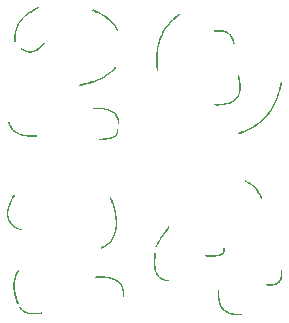
<source format=gbr>
%TF.GenerationSoftware,KiCad,Pcbnew,8.0.0*%
%TF.CreationDate,2024-03-08T01:19:46-06:00*%
%TF.ProjectId,SAO_2024,53414f5f-3230-4323-942e-6b696361645f,rev?*%
%TF.SameCoordinates,Original*%
%TF.FileFunction,Copper,L1,Top*%
%TF.FilePolarity,Positive*%
%FSLAX46Y46*%
G04 Gerber Fmt 4.6, Leading zero omitted, Abs format (unit mm)*
G04 Created by KiCad (PCBNEW 8.0.0) date 2024-03-08 01:19:46*
%MOMM*%
%LPD*%
G01*
G04 APERTURE LIST*
%TA.AperFunction,NonConductor*%
%ADD10C,0.000000*%
%TD*%
G04 APERTURE END LIST*
D10*
%TA.AperFunction,NonConductor*%
G36*
X138675112Y-146318325D02*
G01*
X138801608Y-146324588D01*
X138928028Y-146334734D01*
X139053852Y-146349285D01*
X139178560Y-146368762D01*
X139301632Y-146393688D01*
X139422547Y-146424582D01*
X139540785Y-146461967D01*
X139655826Y-146506364D01*
X139767149Y-146558295D01*
X139874235Y-146618281D01*
X139976562Y-146686844D01*
X140014923Y-146716168D01*
X140051441Y-146746572D01*
X140119063Y-146810478D01*
X140179657Y-146878274D01*
X140233446Y-146949672D01*
X140280658Y-147024384D01*
X140321517Y-147102123D01*
X140356249Y-147182601D01*
X140385080Y-147265530D01*
X140408236Y-147350622D01*
X140425942Y-147437589D01*
X140438424Y-147526144D01*
X140445908Y-147616000D01*
X140448620Y-147706867D01*
X140446784Y-147798459D01*
X140440627Y-147890488D01*
X140430374Y-147982666D01*
X140429049Y-147989936D01*
X140427089Y-147996741D01*
X140424540Y-148003081D01*
X140421447Y-148008956D01*
X140417859Y-148014365D01*
X140413821Y-148019308D01*
X140409380Y-148023785D01*
X140404583Y-148027794D01*
X140399475Y-148031335D01*
X140394103Y-148034409D01*
X140388515Y-148037013D01*
X140382756Y-148039149D01*
X140376873Y-148040816D01*
X140370912Y-148042012D01*
X140364920Y-148042738D01*
X140358944Y-148042994D01*
X140353030Y-148042777D01*
X140347224Y-148042090D01*
X140341573Y-148040930D01*
X140336123Y-148039297D01*
X140330922Y-148037191D01*
X140326015Y-148034611D01*
X140321449Y-148031558D01*
X140317271Y-148028030D01*
X140313526Y-148024027D01*
X140310263Y-148019548D01*
X140307526Y-148014593D01*
X140305363Y-148009163D01*
X140303819Y-148003255D01*
X140302943Y-147996870D01*
X140302779Y-147990007D01*
X140303375Y-147982666D01*
X140313348Y-147893421D01*
X140319436Y-147804476D01*
X140321375Y-147716119D01*
X140318903Y-147628642D01*
X140311754Y-147542333D01*
X140299667Y-147457482D01*
X140282376Y-147374378D01*
X140259619Y-147293312D01*
X140246108Y-147253633D01*
X140231132Y-147214572D01*
X140214657Y-147176166D01*
X140196651Y-147138449D01*
X140177080Y-147101459D01*
X140155912Y-147065232D01*
X140133114Y-147029803D01*
X140108653Y-146995210D01*
X140082496Y-146961488D01*
X140054610Y-146928673D01*
X140024961Y-146896802D01*
X139993518Y-146865911D01*
X139960247Y-146836036D01*
X139925115Y-146807213D01*
X139888089Y-146779478D01*
X139849136Y-146752869D01*
X139751190Y-146694295D01*
X139649402Y-146643197D01*
X139544199Y-146599112D01*
X139436005Y-146561577D01*
X139325246Y-146530132D01*
X139212349Y-146504314D01*
X139097737Y-146483662D01*
X138981836Y-146467712D01*
X138865073Y-146456005D01*
X138747872Y-146448076D01*
X138630658Y-146443466D01*
X138513858Y-146441711D01*
X138283198Y-146444921D01*
X138059296Y-146454010D01*
X138059708Y-146454010D01*
X138052289Y-146454030D01*
X138045352Y-146453327D01*
X138038895Y-146451948D01*
X138032918Y-146449940D01*
X138027422Y-146447349D01*
X138022406Y-146444222D01*
X138017869Y-146440604D01*
X138013812Y-146436544D01*
X138010234Y-146432087D01*
X138007135Y-146427279D01*
X138004515Y-146422167D01*
X138002374Y-146416799D01*
X138000711Y-146411219D01*
X137999526Y-146405475D01*
X137998820Y-146399614D01*
X137998590Y-146393681D01*
X137998839Y-146387723D01*
X137999564Y-146381787D01*
X138000767Y-146375919D01*
X138002447Y-146370166D01*
X138004603Y-146364575D01*
X138007235Y-146359191D01*
X138010343Y-146354061D01*
X138013928Y-146349232D01*
X138017988Y-146344751D01*
X138022523Y-146340663D01*
X138027534Y-146337016D01*
X138033020Y-146333855D01*
X138038980Y-146331228D01*
X138045415Y-146329180D01*
X138052324Y-146327759D01*
X138059708Y-146327011D01*
X138300373Y-146317623D01*
X138549061Y-146315424D01*
X138675112Y-146318325D01*
G37*
%TD.AperFunction*%
%TA.AperFunction,NonConductor*%
G36*
X133172421Y-123511942D02*
G01*
X133178694Y-123512835D01*
X133184768Y-123514323D01*
X133190619Y-123516366D01*
X133196224Y-123518924D01*
X133201560Y-123521956D01*
X133206601Y-123525422D01*
X133211326Y-123529283D01*
X133215710Y-123533498D01*
X133219730Y-123538027D01*
X133223362Y-123542830D01*
X133226582Y-123547866D01*
X133229366Y-123553096D01*
X133231692Y-123558479D01*
X133233535Y-123563975D01*
X133234872Y-123569544D01*
X133235679Y-123575146D01*
X133235932Y-123580740D01*
X133235608Y-123586287D01*
X133234684Y-123591747D01*
X133233134Y-123597079D01*
X133230937Y-123602242D01*
X133228068Y-123607198D01*
X133224504Y-123611905D01*
X133220221Y-123616324D01*
X133215195Y-123620415D01*
X133209402Y-123624136D01*
X133202820Y-123627449D01*
X133004578Y-123718754D01*
X132906275Y-123767008D01*
X132808793Y-123817177D01*
X132712340Y-123869398D01*
X132617125Y-123923806D01*
X132523355Y-123980536D01*
X132431238Y-124039725D01*
X132340982Y-124101509D01*
X132252793Y-124166023D01*
X132166881Y-124233403D01*
X132083452Y-124303785D01*
X132002716Y-124377305D01*
X131924878Y-124454099D01*
X131850148Y-124534301D01*
X131778732Y-124618050D01*
X131703694Y-124715736D01*
X131635148Y-124816270D01*
X131572919Y-124919473D01*
X131516834Y-125025165D01*
X131466717Y-125133170D01*
X131422393Y-125243308D01*
X131383688Y-125355400D01*
X131350426Y-125469268D01*
X131322432Y-125584733D01*
X131299532Y-125701618D01*
X131281551Y-125819743D01*
X131268314Y-125938929D01*
X131259646Y-126058999D01*
X131255373Y-126179773D01*
X131255318Y-126301074D01*
X131259308Y-126422722D01*
X131259326Y-126430141D01*
X131258620Y-126437079D01*
X131257236Y-126443536D01*
X131255220Y-126449513D01*
X131252620Y-126455010D01*
X131249483Y-126460026D01*
X131245854Y-126464563D01*
X131241781Y-126468620D01*
X131237311Y-126472198D01*
X131232490Y-126475296D01*
X131227365Y-126477916D01*
X131221983Y-126480057D01*
X131216390Y-126481719D01*
X131210634Y-126482904D01*
X131204760Y-126483610D01*
X131198816Y-126483839D01*
X131192849Y-126483590D01*
X131186905Y-126482864D01*
X131181030Y-126481661D01*
X131175273Y-126479982D01*
X131169678Y-126477825D01*
X131164294Y-126475193D01*
X131159167Y-126472084D01*
X131154343Y-126468500D01*
X131149870Y-126464440D01*
X131145794Y-126459904D01*
X131142162Y-126454894D01*
X131139020Y-126449408D01*
X131136416Y-126443448D01*
X131134395Y-126437013D01*
X131133006Y-126430105D01*
X131132294Y-126422722D01*
X131128183Y-126299075D01*
X131128179Y-126175742D01*
X131132441Y-126052896D01*
X131141125Y-125930711D01*
X131154391Y-125809362D01*
X131172396Y-125689023D01*
X131195298Y-125569869D01*
X131223257Y-125452073D01*
X131256430Y-125335810D01*
X131294975Y-125221254D01*
X131339050Y-125108580D01*
X131388814Y-124997961D01*
X131444424Y-124889573D01*
X131506040Y-124783588D01*
X131573819Y-124680182D01*
X131647919Y-124579529D01*
X131721491Y-124489474D01*
X131798711Y-124403213D01*
X131879357Y-124320607D01*
X131963207Y-124241521D01*
X132050038Y-124165819D01*
X132139629Y-124093364D01*
X132231758Y-124024019D01*
X132326202Y-123957648D01*
X132422740Y-123894115D01*
X132521150Y-123833283D01*
X132621209Y-123775017D01*
X132722695Y-123719178D01*
X132825387Y-123665632D01*
X132929062Y-123614241D01*
X133138474Y-123517380D01*
X133138901Y-123517807D01*
X133145813Y-123515123D01*
X133152645Y-123513234D01*
X133159373Y-123512101D01*
X133165973Y-123511684D01*
X133172421Y-123511942D01*
G37*
%TD.AperFunction*%
%TA.AperFunction,NonConductor*%
G36*
X139314684Y-139612471D02*
G01*
X139320736Y-139613034D01*
X139326732Y-139614103D01*
X139332628Y-139615690D01*
X139338378Y-139617807D01*
X139343938Y-139620466D01*
X139349263Y-139623679D01*
X139354308Y-139627458D01*
X139359027Y-139631815D01*
X139363376Y-139636761D01*
X139367309Y-139642309D01*
X139370782Y-139648471D01*
X139373749Y-139655258D01*
X139489749Y-139973300D01*
X139597300Y-140299020D01*
X139646520Y-140464282D01*
X139691963Y-140630890D01*
X139733074Y-140798654D01*
X139769299Y-140967382D01*
X139800081Y-141136885D01*
X139824866Y-141306970D01*
X139843099Y-141477447D01*
X139854225Y-141648124D01*
X139857689Y-141818812D01*
X139852936Y-141989319D01*
X139839411Y-142159454D01*
X139816559Y-142329025D01*
X139789878Y-142465453D01*
X139755377Y-142597654D01*
X139713262Y-142725543D01*
X139663740Y-142849029D01*
X139607017Y-142968026D01*
X139543300Y-143082445D01*
X139472796Y-143192198D01*
X139395710Y-143297197D01*
X139312250Y-143397354D01*
X139222621Y-143492581D01*
X139127031Y-143582790D01*
X139025685Y-143667892D01*
X138918790Y-143747799D01*
X138806554Y-143822425D01*
X138689181Y-143891679D01*
X138566879Y-143955475D01*
X138566982Y-143955589D01*
X138567085Y-143955702D01*
X138567137Y-143955757D01*
X138567188Y-143955812D01*
X138567240Y-143955865D01*
X138567291Y-143955917D01*
X138560494Y-143958871D01*
X138553769Y-143961011D01*
X138547142Y-143962378D01*
X138540635Y-143963012D01*
X138534273Y-143962953D01*
X138528078Y-143962242D01*
X138522075Y-143960919D01*
X138516288Y-143959023D01*
X138510738Y-143956596D01*
X138505452Y-143953676D01*
X138500451Y-143950305D01*
X138495760Y-143946522D01*
X138491403Y-143942368D01*
X138487402Y-143937882D01*
X138483782Y-143933105D01*
X138480566Y-143928078D01*
X138477778Y-143922839D01*
X138475442Y-143917430D01*
X138473580Y-143911890D01*
X138472218Y-143906260D01*
X138471377Y-143900580D01*
X138471083Y-143894890D01*
X138471359Y-143889229D01*
X138472227Y-143883639D01*
X138473713Y-143878160D01*
X138475839Y-143872831D01*
X138478630Y-143867693D01*
X138482108Y-143862785D01*
X138486298Y-143858149D01*
X138491223Y-143853824D01*
X138496906Y-143849850D01*
X138503372Y-143846268D01*
X138623549Y-143783448D01*
X138738535Y-143715367D01*
X138848148Y-143642093D01*
X138952209Y-143563691D01*
X139050534Y-143480230D01*
X139142944Y-143391776D01*
X139229257Y-143298395D01*
X139309292Y-143200155D01*
X139382868Y-143097123D01*
X139449803Y-142989365D01*
X139509918Y-142876949D01*
X139563029Y-142759941D01*
X139608957Y-142638408D01*
X139647521Y-142512417D01*
X139678538Y-142382036D01*
X139701828Y-142247330D01*
X139720261Y-142084794D01*
X139730033Y-141921789D01*
X139731667Y-141758492D01*
X139725689Y-141595078D01*
X139712625Y-141431724D01*
X139692999Y-141268605D01*
X139667337Y-141105898D01*
X139636164Y-140943779D01*
X139600005Y-140782424D01*
X139559385Y-140622009D01*
X139514830Y-140462709D01*
X139466864Y-140304702D01*
X139362803Y-139993269D01*
X139251404Y-139689117D01*
X139249104Y-139682065D01*
X139247649Y-139675279D01*
X139246994Y-139668773D01*
X139247095Y-139662558D01*
X139247906Y-139656646D01*
X139249382Y-139651049D01*
X139251478Y-139645780D01*
X139254150Y-139640849D01*
X139257352Y-139636270D01*
X139261039Y-139632053D01*
X139265166Y-139628211D01*
X139269688Y-139624756D01*
X139274560Y-139621699D01*
X139279738Y-139619054D01*
X139285175Y-139616830D01*
X139290827Y-139615042D01*
X139296649Y-139613699D01*
X139302596Y-139612816D01*
X139308623Y-139612402D01*
X139314684Y-139612471D01*
G37*
%TD.AperFunction*%
%TA.AperFunction,NonConductor*%
G36*
X131654192Y-148901598D02*
G01*
X131660148Y-148902287D01*
X131666040Y-148903565D01*
X131671828Y-148905455D01*
X131677471Y-148907980D01*
X131682929Y-148911163D01*
X131688162Y-148915027D01*
X131693128Y-148919596D01*
X131697789Y-148924892D01*
X131702103Y-148930939D01*
X131738963Y-148984744D01*
X131777963Y-149034643D01*
X131819003Y-149080767D01*
X131861986Y-149123246D01*
X131906812Y-149162209D01*
X131953384Y-149197788D01*
X132001603Y-149230111D01*
X132051371Y-149259310D01*
X132102590Y-149285514D01*
X132155160Y-149308853D01*
X132208984Y-149329459D01*
X132263963Y-149347460D01*
X132376995Y-149376171D01*
X132493467Y-149396027D01*
X132612594Y-149408069D01*
X132733588Y-149413339D01*
X132855662Y-149412879D01*
X132978029Y-149407728D01*
X133220498Y-149387523D01*
X133454697Y-149361053D01*
X133462075Y-149360533D01*
X133468971Y-149360770D01*
X133475384Y-149361718D01*
X133481316Y-149363329D01*
X133486767Y-149365556D01*
X133491737Y-149368354D01*
X133496228Y-149371675D01*
X133500241Y-149375472D01*
X133503775Y-149379700D01*
X133506831Y-149384310D01*
X133509411Y-149389257D01*
X133511515Y-149394493D01*
X133513144Y-149399972D01*
X133514298Y-149405647D01*
X133514978Y-149411471D01*
X133515184Y-149417398D01*
X133514919Y-149423381D01*
X133514181Y-149429373D01*
X133512972Y-149435328D01*
X133511293Y-149441197D01*
X133509143Y-149446936D01*
X133506525Y-149452497D01*
X133503439Y-149457833D01*
X133499884Y-149462898D01*
X133495863Y-149467645D01*
X133491375Y-149472027D01*
X133486422Y-149475997D01*
X133481004Y-149479508D01*
X133475122Y-149482515D01*
X133468776Y-149484970D01*
X133461967Y-149486826D01*
X133454697Y-149488037D01*
X133201047Y-149515464D01*
X133071661Y-149526300D01*
X132941553Y-149533851D01*
X132811459Y-149537091D01*
X132682119Y-149534994D01*
X132554269Y-149526534D01*
X132428648Y-149510687D01*
X132305994Y-149486426D01*
X132246010Y-149470819D01*
X132187044Y-149452725D01*
X132129189Y-149432015D01*
X132072537Y-149408559D01*
X132017180Y-149382232D01*
X131963210Y-149352903D01*
X131910720Y-149320445D01*
X131859802Y-149284730D01*
X131810548Y-149245630D01*
X131763051Y-149203016D01*
X131717402Y-149156760D01*
X131673693Y-149106733D01*
X131632018Y-149052809D01*
X131592468Y-148994858D01*
X131588746Y-148988409D01*
X131585888Y-148982016D01*
X131583856Y-148975701D01*
X131582607Y-148969487D01*
X131582103Y-148963399D01*
X131582302Y-148957459D01*
X131583165Y-148951690D01*
X131584650Y-148946116D01*
X131586717Y-148940759D01*
X131589327Y-148935643D01*
X131592438Y-148930791D01*
X131596010Y-148926226D01*
X131600003Y-148921972D01*
X131604377Y-148918051D01*
X131609090Y-148914487D01*
X131614103Y-148911303D01*
X131619376Y-148908521D01*
X131624867Y-148906167D01*
X131630537Y-148904261D01*
X131636344Y-148902828D01*
X131642250Y-148901891D01*
X131648212Y-148901473D01*
X131654192Y-148901598D01*
G37*
%TD.AperFunction*%
%TA.AperFunction,NonConductor*%
G36*
X139674704Y-128565208D02*
G01*
X139680816Y-128565735D01*
X139686847Y-128566760D01*
X139692754Y-128568258D01*
X139698498Y-128570207D01*
X139704038Y-128572583D01*
X139709333Y-128575365D01*
X139714344Y-128578529D01*
X139719028Y-128582052D01*
X139723346Y-128585910D01*
X139727256Y-128590082D01*
X139730719Y-128594545D01*
X139733694Y-128599274D01*
X139736139Y-128604248D01*
X139738015Y-128609443D01*
X139739281Y-128614837D01*
X139739896Y-128620406D01*
X139739820Y-128626127D01*
X139739012Y-128631978D01*
X139737431Y-128637936D01*
X139735037Y-128643977D01*
X139731788Y-128650080D01*
X139727646Y-128656219D01*
X139590088Y-128825393D01*
X139440680Y-128981867D01*
X139280460Y-129126276D01*
X139110466Y-129259256D01*
X138931736Y-129381440D01*
X138745308Y-129493464D01*
X138552220Y-129595964D01*
X138353510Y-129689573D01*
X138150216Y-129774928D01*
X137943376Y-129852662D01*
X137734029Y-129923412D01*
X137523211Y-129987812D01*
X137311962Y-130046496D01*
X137101319Y-130100101D01*
X136686005Y-130194611D01*
X136678642Y-130195798D01*
X136671561Y-130196214D01*
X136664776Y-130195903D01*
X136658298Y-130194911D01*
X136652140Y-130193282D01*
X136646314Y-130191061D01*
X136640833Y-130188292D01*
X136635709Y-130185021D01*
X136630954Y-130181293D01*
X136626581Y-130177151D01*
X136622603Y-130172642D01*
X136619031Y-130167809D01*
X136615879Y-130162698D01*
X136613158Y-130157353D01*
X136610881Y-130151819D01*
X136609060Y-130146141D01*
X136607709Y-130140364D01*
X136606838Y-130134532D01*
X136606461Y-130128691D01*
X136606590Y-130122885D01*
X136607238Y-130117159D01*
X136608416Y-130111558D01*
X136610138Y-130106126D01*
X136612416Y-130100909D01*
X136615261Y-130095951D01*
X136618687Y-130091297D01*
X136622706Y-130086992D01*
X136627331Y-130083080D01*
X136632573Y-130079607D01*
X136638445Y-130076617D01*
X136644960Y-130074155D01*
X136652130Y-130072266D01*
X137054174Y-129981448D01*
X137258873Y-129930076D01*
X137464579Y-129873881D01*
X137670211Y-129812230D01*
X137874686Y-129744487D01*
X138076920Y-129670017D01*
X138275831Y-129588184D01*
X138470337Y-129498355D01*
X138659355Y-129399894D01*
X138841802Y-129292166D01*
X139016596Y-129174537D01*
X139182654Y-129046370D01*
X139262068Y-128978137D01*
X139338893Y-128907032D01*
X139412992Y-128832975D01*
X139484231Y-128755887D01*
X139552473Y-128675689D01*
X139617584Y-128592300D01*
X139617996Y-128592300D01*
X139622696Y-128586599D01*
X139627721Y-128581623D01*
X139633028Y-128577351D01*
X139638579Y-128573759D01*
X139644331Y-128570824D01*
X139650245Y-128568524D01*
X139656280Y-128566835D01*
X139662395Y-128565735D01*
X139668550Y-128565200D01*
X139674704Y-128565208D01*
G37*
%TD.AperFunction*%
%TA.AperFunction,NonConductor*%
G36*
X150705410Y-138170551D02*
G01*
X150712124Y-138172077D01*
X150719101Y-138174454D01*
X150845370Y-138228820D01*
X150966270Y-138289231D01*
X151081886Y-138355492D01*
X151192305Y-138427408D01*
X151297614Y-138504783D01*
X151397901Y-138587422D01*
X151493252Y-138675130D01*
X151583754Y-138767712D01*
X151669493Y-138864971D01*
X151750556Y-138966714D01*
X151827032Y-139072744D01*
X151899005Y-139182866D01*
X151966563Y-139296885D01*
X152029793Y-139414605D01*
X152088782Y-139535832D01*
X152143616Y-139660370D01*
X152146145Y-139667307D01*
X152147812Y-139673981D01*
X152148661Y-139680382D01*
X152148738Y-139686497D01*
X152148089Y-139692315D01*
X152146759Y-139697824D01*
X152144792Y-139703012D01*
X152142234Y-139707868D01*
X152139131Y-139712379D01*
X152135527Y-139716535D01*
X152131468Y-139720323D01*
X152127000Y-139723732D01*
X152122167Y-139726750D01*
X152117014Y-139729366D01*
X152111588Y-139731566D01*
X152105932Y-139733341D01*
X152100093Y-139734678D01*
X152094116Y-139735566D01*
X152088046Y-139735992D01*
X152081929Y-139735945D01*
X152075808Y-139735414D01*
X152069731Y-139734386D01*
X152063742Y-139732850D01*
X152057886Y-139730794D01*
X152052209Y-139728207D01*
X152046755Y-139725076D01*
X152041571Y-139721391D01*
X152036701Y-139717139D01*
X152032191Y-139712308D01*
X152028085Y-139706887D01*
X152024430Y-139700865D01*
X152021271Y-139694229D01*
X151970064Y-139578023D01*
X151914829Y-139464663D01*
X151855505Y-139354364D01*
X151792035Y-139247342D01*
X151724357Y-139143812D01*
X151652413Y-139043991D01*
X151576143Y-138948095D01*
X151495487Y-138856339D01*
X151410387Y-138768938D01*
X151320782Y-138686109D01*
X151226613Y-138608068D01*
X151127820Y-138535030D01*
X151024345Y-138467211D01*
X150916127Y-138404827D01*
X150803108Y-138348093D01*
X150685226Y-138297226D01*
X150685242Y-138296799D01*
X150678531Y-138293755D01*
X150672440Y-138290211D01*
X150666959Y-138286212D01*
X150662074Y-138281802D01*
X150657774Y-138277026D01*
X150654046Y-138271930D01*
X150650880Y-138266558D01*
X150648263Y-138260956D01*
X150646182Y-138255169D01*
X150644627Y-138249241D01*
X150643585Y-138243217D01*
X150643044Y-138237144D01*
X150642993Y-138231065D01*
X150643419Y-138225026D01*
X150644310Y-138219072D01*
X150645655Y-138213247D01*
X150647441Y-138207598D01*
X150649657Y-138202168D01*
X150652290Y-138197003D01*
X150655330Y-138192148D01*
X150658763Y-138187648D01*
X150662577Y-138183548D01*
X150666762Y-138179893D01*
X150671305Y-138176728D01*
X150676194Y-138174098D01*
X150681417Y-138172048D01*
X150686962Y-138170624D01*
X150692817Y-138169869D01*
X150698970Y-138169830D01*
X150705410Y-138170551D01*
G37*
%TD.AperFunction*%
%TA.AperFunction,NonConductor*%
G36*
X150137670Y-129298236D02*
G01*
X150143499Y-129298875D01*
X150149222Y-129300040D01*
X150154795Y-129301743D01*
X150160174Y-129303996D01*
X150165312Y-129306812D01*
X150170166Y-129310202D01*
X150174689Y-129314179D01*
X150178838Y-129318755D01*
X150182566Y-129323942D01*
X150185829Y-129329753D01*
X150188583Y-129336199D01*
X150190781Y-129343292D01*
X150219459Y-129459007D01*
X150246154Y-129577520D01*
X150270188Y-129698306D01*
X150290888Y-129820838D01*
X150307577Y-129944590D01*
X150319580Y-130069037D01*
X150326221Y-130193653D01*
X150326826Y-130317911D01*
X150320719Y-130441286D01*
X150307224Y-130563253D01*
X150285666Y-130683284D01*
X150255370Y-130800854D01*
X150236734Y-130858552D01*
X150215661Y-130915437D01*
X150192064Y-130971445D01*
X150165862Y-131026508D01*
X150136968Y-131080562D01*
X150105298Y-131133540D01*
X150070769Y-131185377D01*
X150033295Y-131236008D01*
X149990696Y-131287802D01*
X149945994Y-131336714D01*
X149899287Y-131382822D01*
X149850671Y-131426202D01*
X149800243Y-131466932D01*
X149748101Y-131505089D01*
X149639062Y-131573995D01*
X149524331Y-131633536D01*
X149404684Y-131684332D01*
X149280900Y-131727001D01*
X149153753Y-131762161D01*
X149024023Y-131790430D01*
X148892485Y-131812427D01*
X148759916Y-131828769D01*
X148627094Y-131840075D01*
X148494795Y-131846964D01*
X148363797Y-131850053D01*
X148108810Y-131847305D01*
X148108922Y-131847417D01*
X148109032Y-131847525D01*
X148109086Y-131847577D01*
X148109141Y-131847629D01*
X148109196Y-131847681D01*
X148109253Y-131847733D01*
X148101833Y-131847136D01*
X148094892Y-131845857D01*
X148088430Y-131843941D01*
X148082447Y-131841435D01*
X148076942Y-131838385D01*
X148071916Y-131834839D01*
X148067368Y-131830842D01*
X148063299Y-131826441D01*
X148059709Y-131821682D01*
X148056598Y-131816613D01*
X148053965Y-131811280D01*
X148051811Y-131805729D01*
X148050135Y-131800008D01*
X148048939Y-131794161D01*
X148048221Y-131788237D01*
X148047981Y-131782282D01*
X148048221Y-131776342D01*
X148048939Y-131770463D01*
X148050135Y-131764693D01*
X148051811Y-131759078D01*
X148053965Y-131753665D01*
X148056598Y-131748499D01*
X148059709Y-131743628D01*
X148063299Y-131739099D01*
X148067368Y-131734957D01*
X148071916Y-131731249D01*
X148076942Y-131728023D01*
X148082447Y-131725324D01*
X148088430Y-131723199D01*
X148094892Y-131721694D01*
X148101833Y-131720857D01*
X148109253Y-131720734D01*
X148348730Y-131723875D01*
X148472352Y-131721628D01*
X148597514Y-131716007D01*
X148723430Y-131706390D01*
X148849314Y-131692155D01*
X148974379Y-131672680D01*
X149097839Y-131647343D01*
X149218909Y-131615521D01*
X149336801Y-131576594D01*
X149450729Y-131529938D01*
X149505961Y-131503517D01*
X149559907Y-131474932D01*
X149612470Y-131444103D01*
X149663550Y-131410954D01*
X149713049Y-131375406D01*
X149760869Y-131337381D01*
X149806912Y-131296803D01*
X149851080Y-131253593D01*
X149893274Y-131207673D01*
X149933395Y-131158966D01*
X149968464Y-131111478D01*
X150000703Y-131062798D01*
X150030195Y-131012993D01*
X150057025Y-130962129D01*
X150081276Y-130910273D01*
X150103032Y-130857491D01*
X150139398Y-130749413D01*
X150166795Y-130638425D01*
X150185895Y-130525057D01*
X150197369Y-130409840D01*
X150201891Y-130293304D01*
X150200132Y-130175980D01*
X150192765Y-130058396D01*
X150180463Y-129941084D01*
X150163896Y-129824574D01*
X150143738Y-129709395D01*
X150120660Y-129596078D01*
X150068436Y-129377151D01*
X150066904Y-129369829D01*
X150066169Y-129362788D01*
X150066184Y-129356042D01*
X150066905Y-129349603D01*
X150068287Y-129343483D01*
X150070284Y-129337694D01*
X150072852Y-129332248D01*
X150075946Y-129327158D01*
X150079520Y-129322436D01*
X150083529Y-129318093D01*
X150087929Y-129314142D01*
X150092675Y-129310596D01*
X150097720Y-129307466D01*
X150103022Y-129304764D01*
X150108533Y-129302503D01*
X150114210Y-129300695D01*
X150120007Y-129299352D01*
X150125880Y-129298487D01*
X150131783Y-129298110D01*
X150137670Y-129298236D01*
G37*
%TD.AperFunction*%
%TA.AperFunction,NonConductor*%
G36*
X131130641Y-139411533D02*
G01*
X131136467Y-139412427D01*
X131142210Y-139413830D01*
X131147830Y-139415716D01*
X131153288Y-139418064D01*
X131158543Y-139420849D01*
X131163554Y-139424048D01*
X131168283Y-139427638D01*
X131172687Y-139431596D01*
X131176729Y-139435898D01*
X131180366Y-139440520D01*
X131183560Y-139445439D01*
X131186270Y-139450633D01*
X131188456Y-139456076D01*
X131190077Y-139461747D01*
X131191094Y-139467621D01*
X131191466Y-139473675D01*
X131191153Y-139479886D01*
X131190115Y-139486230D01*
X131188312Y-139492684D01*
X131185704Y-139499225D01*
X131182251Y-139505829D01*
X131065819Y-139709272D01*
X130952261Y-139924386D01*
X130898561Y-140035614D01*
X130847981Y-140148914D01*
X130801322Y-140264003D01*
X130759384Y-140380600D01*
X130722968Y-140498422D01*
X130692874Y-140617187D01*
X130669903Y-140736613D01*
X130654856Y-140856418D01*
X130648532Y-140976320D01*
X130651733Y-141096036D01*
X130657156Y-141155737D01*
X130665259Y-141215286D01*
X130676144Y-141274647D01*
X130689911Y-141333786D01*
X130702909Y-141379850D01*
X130717732Y-141424706D01*
X130734324Y-141468374D01*
X130752623Y-141510872D01*
X130772573Y-141552218D01*
X130794112Y-141592430D01*
X130817184Y-141631527D01*
X130841728Y-141669527D01*
X130894999Y-141742310D01*
X130953454Y-141810927D01*
X131016622Y-141875523D01*
X131084032Y-141936247D01*
X131155212Y-141993245D01*
X131229691Y-142046663D01*
X131306998Y-142096650D01*
X131386661Y-142143352D01*
X131468209Y-142186915D01*
X131551171Y-142227488D01*
X131635076Y-142265216D01*
X131719452Y-142300247D01*
X131726163Y-142303329D01*
X131732253Y-142306910D01*
X131737735Y-142310943D01*
X131742620Y-142315384D01*
X131746920Y-142320189D01*
X131750647Y-142325311D01*
X131753814Y-142330707D01*
X131756431Y-142336330D01*
X131758511Y-142342136D01*
X131760066Y-142348081D01*
X131761108Y-142354118D01*
X131761649Y-142360202D01*
X131761701Y-142366290D01*
X131761275Y-142372335D01*
X131760384Y-142378293D01*
X131759039Y-142384119D01*
X131757253Y-142389767D01*
X131755037Y-142395193D01*
X131752403Y-142400352D01*
X131749364Y-142405198D01*
X131745931Y-142409687D01*
X131742116Y-142413773D01*
X131737931Y-142417412D01*
X131733389Y-142420558D01*
X131728500Y-142423167D01*
X131723277Y-142425193D01*
X131717732Y-142426591D01*
X131711877Y-142427317D01*
X131705723Y-142427325D01*
X131699284Y-142426570D01*
X131692569Y-142425007D01*
X131685593Y-142422592D01*
X131595871Y-142385393D01*
X131506723Y-142345443D01*
X131418610Y-142302579D01*
X131331996Y-142256640D01*
X131247344Y-142207464D01*
X131165118Y-142154889D01*
X131085780Y-142098753D01*
X131009794Y-142038895D01*
X130937623Y-141975152D01*
X130869731Y-141907362D01*
X130806579Y-141835364D01*
X130776927Y-141797737D01*
X130748633Y-141758996D01*
X130721756Y-141719123D01*
X130696354Y-141678097D01*
X130672484Y-141635896D01*
X130650206Y-141592503D01*
X130629576Y-141547895D01*
X130610652Y-141502053D01*
X130593493Y-141454957D01*
X130578156Y-141406586D01*
X130561237Y-141343296D01*
X130547479Y-141279737D01*
X130536772Y-141215949D01*
X130529011Y-141151970D01*
X130524089Y-141087840D01*
X130521897Y-141023597D01*
X130525278Y-140894929D01*
X130538299Y-140766278D01*
X130560101Y-140637957D01*
X130589828Y-140510277D01*
X130626623Y-140383551D01*
X130669629Y-140258089D01*
X130717990Y-140134205D01*
X130770848Y-140012209D01*
X130827346Y-139892414D01*
X130886627Y-139775132D01*
X130947835Y-139660675D01*
X131072601Y-139441483D01*
X131072601Y-139441910D01*
X131076684Y-139435673D01*
X131081126Y-139430201D01*
X131085887Y-139425471D01*
X131090926Y-139421460D01*
X131096205Y-139418144D01*
X131101682Y-139415499D01*
X131107318Y-139413503D01*
X131113071Y-139412132D01*
X131118903Y-139411362D01*
X131124773Y-139411170D01*
X131130641Y-139411533D01*
G37*
%TD.AperFunction*%
%TA.AperFunction,NonConductor*%
G36*
X138187744Y-132022687D02*
G01*
X138373900Y-132031451D01*
X138562704Y-132047681D01*
X138751374Y-132072729D01*
X138844789Y-132088982D01*
X138937128Y-132107947D01*
X139028042Y-132129791D01*
X139117184Y-132154685D01*
X139204206Y-132182796D01*
X139288761Y-132214294D01*
X139370501Y-132249348D01*
X139449077Y-132288127D01*
X139524142Y-132330799D01*
X139595349Y-132377534D01*
X139662350Y-132428499D01*
X139724797Y-132483865D01*
X139782342Y-132543801D01*
X139834637Y-132608474D01*
X139881336Y-132678054D01*
X139922089Y-132752710D01*
X139956550Y-132832610D01*
X139984370Y-132917925D01*
X140005202Y-133008822D01*
X140018699Y-133105470D01*
X140024512Y-133208038D01*
X140022293Y-133316696D01*
X140021506Y-133324080D01*
X140020049Y-133330989D01*
X140017968Y-133337424D01*
X140015309Y-133343385D01*
X140012120Y-133348871D01*
X140008446Y-133353882D01*
X140004334Y-133358418D01*
X139999832Y-133362478D01*
X139994984Y-133366063D01*
X139989838Y-133369172D01*
X139984440Y-133371805D01*
X139978838Y-133373961D01*
X139973076Y-133375641D01*
X139967202Y-133376844D01*
X139961262Y-133377570D01*
X139955303Y-133377819D01*
X139949372Y-133377590D01*
X139943514Y-133376884D01*
X139937776Y-133375699D01*
X139932205Y-133374036D01*
X139926848Y-133371895D01*
X139921750Y-133369275D01*
X139916958Y-133366176D01*
X139912520Y-133362598D01*
X139908481Y-133358541D01*
X139904887Y-133354004D01*
X139901786Y-133348987D01*
X139899224Y-133343490D01*
X139897247Y-133337513D01*
X139895902Y-133331055D01*
X139895236Y-133324116D01*
X139895294Y-133316696D01*
X139897215Y-133215633D01*
X139891458Y-133120450D01*
X139878365Y-133030977D01*
X139858274Y-132947042D01*
X139831526Y-132868473D01*
X139798461Y-132795100D01*
X139759417Y-132726750D01*
X139714736Y-132663252D01*
X139664756Y-132604435D01*
X139609818Y-132550127D01*
X139550262Y-132500157D01*
X139486427Y-132454354D01*
X139418653Y-132412545D01*
X139347280Y-132374559D01*
X139272647Y-132340225D01*
X139195095Y-132309372D01*
X139032592Y-132257421D01*
X138862489Y-132217333D01*
X138687504Y-132187739D01*
X138510356Y-132167264D01*
X138333763Y-132154539D01*
X138160445Y-132148191D01*
X137834503Y-132149139D01*
X137834503Y-132149155D01*
X137827084Y-132148983D01*
X137820143Y-132148101D01*
X137813680Y-132146556D01*
X137807697Y-132144393D01*
X137802192Y-132141660D01*
X137797166Y-132138403D01*
X137792618Y-132134668D01*
X137788549Y-132130502D01*
X137784959Y-132125952D01*
X137781848Y-132121063D01*
X137779215Y-132115883D01*
X137777061Y-132110459D01*
X137775386Y-132104835D01*
X137774189Y-132099060D01*
X137773471Y-132093180D01*
X137773232Y-132087240D01*
X137773471Y-132081288D01*
X137774189Y-132075371D01*
X137775386Y-132069534D01*
X137777061Y-132063824D01*
X137779215Y-132058287D01*
X137781848Y-132052971D01*
X137784959Y-132047922D01*
X137788549Y-132043186D01*
X137792618Y-132038810D01*
X137797166Y-132034840D01*
X137802192Y-132031322D01*
X137807697Y-132028304D01*
X137813680Y-132025832D01*
X137820143Y-132023952D01*
X137827084Y-132022711D01*
X137834503Y-132022156D01*
X138007018Y-132020039D01*
X138187744Y-132022687D01*
G37*
%TD.AperFunction*%
%TA.AperFunction,NonConductor*%
G36*
X143094612Y-144298671D02*
G01*
X143100429Y-144299371D01*
X143106099Y-144300543D01*
X143111575Y-144302189D01*
X143116811Y-144304308D01*
X143121759Y-144306901D01*
X143126373Y-144309968D01*
X143130608Y-144313509D01*
X143134416Y-144317524D01*
X143137750Y-144322014D01*
X143140566Y-144326979D01*
X143142814Y-144332418D01*
X143144451Y-144338333D01*
X143145428Y-144344724D01*
X143145699Y-144351590D01*
X143145218Y-144358932D01*
X143124957Y-144539402D01*
X143107048Y-144721445D01*
X143093881Y-144904648D01*
X143089824Y-144996556D01*
X143087849Y-145088600D01*
X143088255Y-145180729D01*
X143091342Y-145272890D01*
X143097408Y-145365033D01*
X143106753Y-145457106D01*
X143119675Y-145549058D01*
X143136472Y-145640836D01*
X143157445Y-145732391D01*
X143182892Y-145823669D01*
X143213408Y-145911998D01*
X143230682Y-145954085D01*
X143249267Y-145994802D01*
X143269139Y-146034162D01*
X143290274Y-146072175D01*
X143336235Y-146144207D01*
X143386957Y-146210991D01*
X143442244Y-146272618D01*
X143501903Y-146329181D01*
X143565741Y-146380770D01*
X143633562Y-146427477D01*
X143705172Y-146469395D01*
X143780379Y-146506615D01*
X143858987Y-146539229D01*
X143940802Y-146567329D01*
X144025631Y-146591005D01*
X144113279Y-146610351D01*
X144203552Y-146625458D01*
X144210758Y-146626847D01*
X144217305Y-146628841D01*
X144223205Y-146631395D01*
X144228471Y-146634465D01*
X144233115Y-146638005D01*
X144237149Y-146641972D01*
X144240588Y-146646319D01*
X144243443Y-146651003D01*
X144245726Y-146655978D01*
X144247452Y-146661200D01*
X144248631Y-146666624D01*
X144249277Y-146672204D01*
X144249403Y-146677897D01*
X144249020Y-146683658D01*
X144248143Y-146689441D01*
X144246782Y-146695202D01*
X144244952Y-146700896D01*
X144242664Y-146706478D01*
X144239931Y-146711904D01*
X144236766Y-146717128D01*
X144233182Y-146722106D01*
X144229191Y-146726793D01*
X144224805Y-146731144D01*
X144220038Y-146735115D01*
X144214902Y-146738660D01*
X144209409Y-146741735D01*
X144203573Y-146744296D01*
X144197406Y-146746296D01*
X144190920Y-146747691D01*
X144184128Y-146748438D01*
X144177043Y-146748490D01*
X144169678Y-146747803D01*
X144081133Y-146733122D01*
X143994544Y-146714428D01*
X143910119Y-146691639D01*
X143828070Y-146664669D01*
X143748605Y-146633436D01*
X143671934Y-146597856D01*
X143598266Y-146557845D01*
X143562624Y-146536152D01*
X143527811Y-146513319D01*
X143493854Y-146489337D01*
X143460779Y-146464194D01*
X143428612Y-146437882D01*
X143397379Y-146410388D01*
X143367107Y-146381702D01*
X143337821Y-146351815D01*
X143309549Y-146320715D01*
X143282315Y-146288392D01*
X143256147Y-146254836D01*
X143231070Y-146220035D01*
X143207110Y-146183981D01*
X143184295Y-146146662D01*
X143162650Y-146108067D01*
X143142200Y-146068187D01*
X143122974Y-146027011D01*
X143104996Y-145984528D01*
X143069727Y-145888579D01*
X143040184Y-145790895D01*
X143015993Y-145691687D01*
X142996778Y-145591165D01*
X142982165Y-145489539D01*
X142971777Y-145387020D01*
X142965240Y-145283817D01*
X142962179Y-145180141D01*
X142962218Y-145076203D01*
X142964983Y-144972212D01*
X142977187Y-144764912D01*
X142995791Y-144559925D01*
X143017792Y-144358932D01*
X143018219Y-144358932D01*
X143019427Y-144351625D01*
X143021279Y-144344787D01*
X143023727Y-144338419D01*
X143026726Y-144332520D01*
X143030228Y-144327091D01*
X143034187Y-144322132D01*
X143038558Y-144317643D01*
X143043292Y-144313625D01*
X143048344Y-144310077D01*
X143053667Y-144307001D01*
X143059214Y-144304395D01*
X143064940Y-144302261D01*
X143070797Y-144300599D01*
X143076740Y-144299409D01*
X143082721Y-144298691D01*
X143088694Y-144298445D01*
X143094612Y-144298671D01*
G37*
%TD.AperFunction*%
%TA.AperFunction,NonConductor*%
G36*
X133672340Y-126507341D02*
G01*
X133677870Y-126508495D01*
X133683284Y-126510212D01*
X133688550Y-126512457D01*
X133693636Y-126515197D01*
X133698508Y-126518401D01*
X133703134Y-126522034D01*
X133707481Y-126526063D01*
X133711517Y-126530456D01*
X133715209Y-126535179D01*
X133718525Y-126540199D01*
X133721431Y-126545483D01*
X133723896Y-126550999D01*
X133725886Y-126556712D01*
X133727368Y-126562590D01*
X133728312Y-126568600D01*
X133728682Y-126574708D01*
X133728448Y-126580882D01*
X133727576Y-126587088D01*
X133726034Y-126593293D01*
X133723789Y-126599465D01*
X133720808Y-126605570D01*
X133717059Y-126611575D01*
X133712509Y-126617447D01*
X133609830Y-126733758D01*
X133556312Y-126791269D01*
X133501292Y-126847921D01*
X133444730Y-126903389D01*
X133386590Y-126957351D01*
X133326835Y-127009483D01*
X133265425Y-127059463D01*
X133202323Y-127106967D01*
X133137492Y-127151672D01*
X133070893Y-127193256D01*
X133002490Y-127231395D01*
X132932243Y-127265766D01*
X132860116Y-127296046D01*
X132786070Y-127321912D01*
X132710068Y-127343040D01*
X132644584Y-127356629D01*
X132579606Y-127365745D01*
X132515172Y-127370537D01*
X132451322Y-127371156D01*
X132388094Y-127367751D01*
X132325528Y-127360473D01*
X132263663Y-127349472D01*
X132202538Y-127334897D01*
X132142191Y-127316899D01*
X132082663Y-127295629D01*
X132023991Y-127271235D01*
X131966216Y-127243868D01*
X131909376Y-127213679D01*
X131853510Y-127180817D01*
X131798658Y-127145431D01*
X131744858Y-127107674D01*
X131744858Y-127107666D01*
X131739081Y-127103006D01*
X131734037Y-127098021D01*
X131729704Y-127092753D01*
X131726058Y-127087241D01*
X131723075Y-127081526D01*
X131720733Y-127075648D01*
X131719008Y-127069648D01*
X131717878Y-127063566D01*
X131717319Y-127057443D01*
X131717307Y-127051318D01*
X131717821Y-127045233D01*
X131718836Y-127039227D01*
X131720329Y-127033341D01*
X131722277Y-127027616D01*
X131724658Y-127022091D01*
X131727448Y-127016808D01*
X131730623Y-127011806D01*
X131734160Y-127007126D01*
X131738037Y-127002808D01*
X131742231Y-126998893D01*
X131746717Y-126995421D01*
X131751473Y-126992432D01*
X131756476Y-126989968D01*
X131761702Y-126988067D01*
X131767129Y-126986772D01*
X131772732Y-126986121D01*
X131778490Y-126986156D01*
X131784378Y-126986916D01*
X131790375Y-126988443D01*
X131796455Y-126990776D01*
X131802597Y-126993956D01*
X131808777Y-126998024D01*
X131860585Y-127034453D01*
X131913281Y-127068542D01*
X131966840Y-127100122D01*
X132021238Y-127129024D01*
X132076449Y-127155082D01*
X132132449Y-127178127D01*
X132189214Y-127197991D01*
X132246717Y-127214505D01*
X132304935Y-127227503D01*
X132363843Y-127236815D01*
X132423415Y-127242274D01*
X132483627Y-127243711D01*
X132544454Y-127240959D01*
X132605871Y-127233850D01*
X132667854Y-127222215D01*
X132730377Y-127205887D01*
X132798025Y-127183363D01*
X132863841Y-127156932D01*
X132927878Y-127126863D01*
X132990189Y-127093427D01*
X133050828Y-127056894D01*
X133109849Y-127017532D01*
X133167304Y-126975611D01*
X133223248Y-126931402D01*
X133277732Y-126885174D01*
X133330811Y-126837197D01*
X133382538Y-126787740D01*
X133432966Y-126737073D01*
X133482148Y-126685466D01*
X133530139Y-126633189D01*
X133622757Y-126527702D01*
X133627858Y-126522310D01*
X133633137Y-126517777D01*
X133638562Y-126514071D01*
X133644100Y-126511158D01*
X133649718Y-126509006D01*
X133655383Y-126507581D01*
X133661064Y-126506851D01*
X133666727Y-126506782D01*
X133672340Y-126507341D01*
G37*
%TD.AperFunction*%
%TA.AperFunction,NonConductor*%
G36*
X153748960Y-129819784D02*
G01*
X153754761Y-129820661D01*
X153760529Y-129822021D01*
X153766216Y-129823852D01*
X153771780Y-129826139D01*
X153777174Y-129828872D01*
X153782355Y-129832036D01*
X153787277Y-129835620D01*
X153791896Y-129839611D01*
X153796167Y-129843997D01*
X153800044Y-129848764D01*
X153803484Y-129853900D01*
X153806441Y-129859393D01*
X153808870Y-129865229D01*
X153810728Y-129871396D01*
X153811968Y-129877882D01*
X153812547Y-129884674D01*
X153812418Y-129891759D01*
X153811539Y-129899124D01*
X153777936Y-130085673D01*
X153739732Y-130271317D01*
X153696781Y-130455837D01*
X153648937Y-130639011D01*
X153596056Y-130820621D01*
X153537991Y-131000445D01*
X153474596Y-131178264D01*
X153405725Y-131353857D01*
X153331234Y-131527005D01*
X153250976Y-131697487D01*
X153164806Y-131865083D01*
X153072577Y-132029573D01*
X152974145Y-132190736D01*
X152869363Y-132348354D01*
X152758086Y-132502205D01*
X152640167Y-132652069D01*
X152516036Y-132796882D01*
X152386534Y-132935627D01*
X152251906Y-133068388D01*
X152112397Y-133195249D01*
X151968253Y-133316293D01*
X151819718Y-133431604D01*
X151667037Y-133541266D01*
X151510454Y-133645363D01*
X151350216Y-133743978D01*
X151186566Y-133837195D01*
X151019749Y-133925097D01*
X150850012Y-134007769D01*
X150677597Y-134085294D01*
X150502751Y-134157757D01*
X150325718Y-134225239D01*
X150146744Y-134287827D01*
X150146729Y-134287399D01*
X150139559Y-134289431D01*
X150132665Y-134290634D01*
X150126057Y-134291054D01*
X150119748Y-134290736D01*
X150113750Y-134289726D01*
X150108075Y-134288067D01*
X150102734Y-134285805D01*
X150097739Y-134282986D01*
X150093103Y-134279653D01*
X150088838Y-134275853D01*
X150084954Y-134271630D01*
X150081465Y-134267030D01*
X150078382Y-134262096D01*
X150075717Y-134256875D01*
X150073482Y-134251412D01*
X150071690Y-134245750D01*
X150070351Y-134239937D01*
X150069478Y-134234016D01*
X150069082Y-134228032D01*
X150069177Y-134222031D01*
X150069773Y-134216057D01*
X150070883Y-134210157D01*
X150072518Y-134204374D01*
X150074691Y-134198753D01*
X150077413Y-134193341D01*
X150080696Y-134188181D01*
X150084553Y-134183319D01*
X150088995Y-134178800D01*
X150094034Y-134174669D01*
X150099683Y-134170971D01*
X150105952Y-134167751D01*
X150112854Y-134165054D01*
X150288146Y-134103773D01*
X150461444Y-134037671D01*
X150632520Y-133966670D01*
X150801145Y-133890693D01*
X150967091Y-133809660D01*
X151130130Y-133723494D01*
X151290033Y-133632117D01*
X151446573Y-133535450D01*
X151599521Y-133433416D01*
X151748649Y-133325935D01*
X151893729Y-133212931D01*
X152034532Y-133094325D01*
X152170831Y-132970039D01*
X152302396Y-132839994D01*
X152429000Y-132704113D01*
X152550415Y-132562317D01*
X152665638Y-132415691D01*
X152774234Y-132265051D01*
X152876366Y-132110632D01*
X152972194Y-131952665D01*
X153061880Y-131791385D01*
X153145586Y-131627023D01*
X153223472Y-131459815D01*
X153295700Y-131289991D01*
X153362431Y-131117787D01*
X153423827Y-130943434D01*
X153480049Y-130767167D01*
X153531258Y-130589217D01*
X153577616Y-130409819D01*
X153619283Y-130229206D01*
X153656422Y-130047610D01*
X153689194Y-129865265D01*
X153690775Y-129858057D01*
X153692950Y-129851509D01*
X153695672Y-129845608D01*
X153698897Y-129840342D01*
X153702580Y-129835697D01*
X153706677Y-129831661D01*
X153711143Y-129828221D01*
X153715932Y-129825366D01*
X153721000Y-129823081D01*
X153726303Y-129821355D01*
X153731795Y-129820175D01*
X153737432Y-129819528D01*
X153743168Y-129819402D01*
X153748960Y-129819784D01*
G37*
%TD.AperFunction*%
%TA.AperFunction,NonConductor*%
G36*
X139898201Y-133804280D02*
G01*
X139904185Y-133805018D01*
X139910134Y-133806227D01*
X139916000Y-133807906D01*
X139921737Y-133810055D01*
X139927298Y-133812673D01*
X139932637Y-133815760D01*
X139937708Y-133819314D01*
X139942464Y-133823336D01*
X139946859Y-133827823D01*
X139950845Y-133832776D01*
X139954377Y-133838194D01*
X139957407Y-133844077D01*
X139959890Y-133850423D01*
X139961779Y-133857231D01*
X139963028Y-133864502D01*
X139969019Y-133939535D01*
X139968310Y-134010260D01*
X139961217Y-134076812D01*
X139948055Y-134139322D01*
X139929139Y-134197924D01*
X139904785Y-134252751D01*
X139875307Y-134303936D01*
X139841022Y-134351611D01*
X139802243Y-134395910D01*
X139759288Y-134436965D01*
X139712469Y-134474910D01*
X139662104Y-134509877D01*
X139608507Y-134541999D01*
X139551994Y-134571410D01*
X139431479Y-134622627D01*
X139303080Y-134664593D01*
X139169321Y-134698370D01*
X139032722Y-134725023D01*
X138895807Y-134745614D01*
X138761097Y-134761207D01*
X138631113Y-134772866D01*
X138395416Y-134788635D01*
X138387998Y-134788732D01*
X138381060Y-134788102D01*
X138374604Y-134786791D01*
X138368627Y-134784845D01*
X138363131Y-134782311D01*
X138358115Y-134779236D01*
X138353579Y-134775666D01*
X138349523Y-134771648D01*
X138345945Y-134767227D01*
X138342847Y-134762452D01*
X138340228Y-134757367D01*
X138338087Y-134752021D01*
X138336424Y-134746458D01*
X138335240Y-134740726D01*
X138334534Y-134734872D01*
X138334305Y-134728941D01*
X138334554Y-134722980D01*
X138335279Y-134717037D01*
X138336482Y-134711156D01*
X138338162Y-134705386D01*
X138340318Y-134699771D01*
X138342950Y-134694360D01*
X138346059Y-134689198D01*
X138349643Y-134684332D01*
X138353702Y-134679808D01*
X138358237Y-134675673D01*
X138363248Y-134671974D01*
X138368733Y-134668756D01*
X138374692Y-134666067D01*
X138381126Y-134663953D01*
X138388034Y-134662461D01*
X138395416Y-134661636D01*
X138604667Y-134648827D01*
X138721870Y-134639742D01*
X138844236Y-134627511D01*
X138969351Y-134611115D01*
X139094797Y-134589536D01*
X139218160Y-134561755D01*
X139278305Y-134545220D01*
X139337023Y-134526752D01*
X139394012Y-134506225D01*
X139448970Y-134483510D01*
X139501595Y-134458480D01*
X139551586Y-134431008D01*
X139598639Y-134400967D01*
X139642454Y-134368229D01*
X139682728Y-134332666D01*
X139719159Y-134294152D01*
X139751446Y-134252559D01*
X139779285Y-134207760D01*
X139802376Y-134159628D01*
X139820416Y-134108034D01*
X139833103Y-134052852D01*
X139840136Y-133993954D01*
X139841212Y-133931213D01*
X139836029Y-133864502D01*
X139835509Y-133857123D01*
X139835744Y-133850228D01*
X139836687Y-133843814D01*
X139838292Y-133837883D01*
X139840511Y-133832432D01*
X139843300Y-133827461D01*
X139846610Y-133822970D01*
X139850397Y-133818958D01*
X139854612Y-133815424D01*
X139859210Y-133812367D01*
X139864144Y-133809787D01*
X139869367Y-133807683D01*
X139874834Y-133806055D01*
X139880497Y-133804901D01*
X139886310Y-133804221D01*
X139892227Y-133804014D01*
X139898201Y-133804280D01*
G37*
%TD.AperFunction*%
%TA.AperFunction,NonConductor*%
G36*
X153781196Y-145795403D02*
G01*
X153787143Y-145796129D01*
X153793029Y-145797332D01*
X153798809Y-145799012D01*
X153804434Y-145801169D01*
X153809859Y-145803802D01*
X153815038Y-145806911D01*
X153819923Y-145810495D01*
X153824468Y-145814556D01*
X153828627Y-145819092D01*
X153832354Y-145824103D01*
X153835601Y-145829589D01*
X153838322Y-145835549D01*
X153840470Y-145841985D01*
X153842000Y-145848894D01*
X153842865Y-145856277D01*
X153846659Y-145922722D01*
X153848956Y-145989959D01*
X153849460Y-146057720D01*
X153847874Y-146125736D01*
X153843903Y-146193737D01*
X153837249Y-146261454D01*
X153827616Y-146328618D01*
X153814709Y-146394960D01*
X153798229Y-146460211D01*
X153777882Y-146524102D01*
X153753370Y-146586363D01*
X153724397Y-146646724D01*
X153708145Y-146676109D01*
X153690667Y-146704918D01*
X153671925Y-146733118D01*
X153651883Y-146760675D01*
X153630503Y-146787555D01*
X153607749Y-146813725D01*
X153583583Y-146839151D01*
X153557968Y-146863800D01*
X153531224Y-146887312D01*
X153503723Y-146909376D01*
X153446588Y-146949312D01*
X153386851Y-146983910D01*
X153324797Y-147013472D01*
X153260711Y-147038302D01*
X153194880Y-147058702D01*
X153127589Y-147074974D01*
X153059124Y-147087421D01*
X152989771Y-147096347D01*
X152919816Y-147102052D01*
X152849545Y-147104840D01*
X152779243Y-147105014D01*
X152709197Y-147102876D01*
X152639692Y-147098729D01*
X152503448Y-147085617D01*
X152496141Y-147084409D01*
X152489303Y-147082557D01*
X152482934Y-147080109D01*
X152477035Y-147077110D01*
X152471606Y-147073608D01*
X152466646Y-147069649D01*
X152462157Y-147065279D01*
X152458138Y-147060544D01*
X152454591Y-147055492D01*
X152451514Y-147050169D01*
X152448908Y-147044622D01*
X152446773Y-147038896D01*
X152445111Y-147033039D01*
X152443920Y-147027096D01*
X152443201Y-147021115D01*
X152442955Y-147015142D01*
X152443181Y-147009224D01*
X152443881Y-147003407D01*
X152445053Y-146997737D01*
X152446698Y-146992261D01*
X152448817Y-146987026D01*
X152451410Y-146982077D01*
X152454477Y-146977463D01*
X152458018Y-146973228D01*
X152462034Y-146969420D01*
X152466524Y-146966086D01*
X152471490Y-146963271D01*
X152476930Y-146961022D01*
X152482846Y-146959385D01*
X152489237Y-146958408D01*
X152496105Y-146958137D01*
X152503448Y-146958618D01*
X152626558Y-146970778D01*
X152689852Y-146975044D01*
X152753894Y-146977698D01*
X152818372Y-146978437D01*
X152882978Y-146976957D01*
X152947399Y-146972958D01*
X153011328Y-146966135D01*
X153074453Y-146956187D01*
X153136464Y-146942811D01*
X153197052Y-146925704D01*
X153255907Y-146904564D01*
X153312718Y-146879088D01*
X153340260Y-146864630D01*
X153367175Y-146848974D01*
X153393424Y-146832083D01*
X153418969Y-146813919D01*
X153443770Y-146794444D01*
X153467789Y-146773621D01*
X153490720Y-146751700D01*
X153512310Y-146728988D01*
X153532597Y-146705518D01*
X153551614Y-146681327D01*
X153585988Y-146630926D01*
X153615721Y-146578068D01*
X153641100Y-146523040D01*
X153662415Y-146466129D01*
X153679954Y-146407618D01*
X153694004Y-146347795D01*
X153704855Y-146286946D01*
X153712794Y-146225355D01*
X153718111Y-146163308D01*
X153721092Y-146101092D01*
X153722028Y-146038992D01*
X153721205Y-145977294D01*
X153715439Y-145856247D01*
X153715866Y-145856277D01*
X153715730Y-145848858D01*
X153716324Y-145841919D01*
X153717601Y-145835461D01*
X153719516Y-145829484D01*
X153722020Y-145823987D01*
X153725069Y-145818970D01*
X153728615Y-145814433D01*
X153732611Y-145810375D01*
X153737012Y-145806797D01*
X153741771Y-145803698D01*
X153746841Y-145801078D01*
X153752176Y-145798937D01*
X153757730Y-145797274D01*
X153763455Y-145796090D01*
X153769305Y-145795383D01*
X153775234Y-145795155D01*
X153781196Y-145795403D01*
G37*
%TD.AperFunction*%
%TA.AperFunction,NonConductor*%
G36*
X131475387Y-145794838D02*
G01*
X131481234Y-145795743D01*
X131486994Y-145797154D01*
X131492627Y-145799046D01*
X131498092Y-145801398D01*
X131503349Y-145804184D01*
X131508358Y-145807382D01*
X131513079Y-145810969D01*
X131517472Y-145814920D01*
X131521496Y-145819214D01*
X131525112Y-145823825D01*
X131528278Y-145828731D01*
X131530956Y-145833909D01*
X131533105Y-145839334D01*
X131534684Y-145844984D01*
X131535654Y-145850835D01*
X131535975Y-145856864D01*
X131535606Y-145863047D01*
X131534506Y-145869361D01*
X131532637Y-145875783D01*
X131529958Y-145882289D01*
X131526428Y-145888855D01*
X131435727Y-146052952D01*
X131360323Y-146218440D01*
X131299508Y-146385169D01*
X131252574Y-146552991D01*
X131218814Y-146721759D01*
X131197521Y-146891323D01*
X131187986Y-147061536D01*
X131189503Y-147232250D01*
X131201363Y-147403316D01*
X131222859Y-147574586D01*
X131253284Y-147745912D01*
X131291930Y-147917146D01*
X131338089Y-148088138D01*
X131391055Y-148258742D01*
X131450118Y-148428809D01*
X131514572Y-148598190D01*
X131514572Y-148598633D01*
X131516949Y-148605646D01*
X131518475Y-148612392D01*
X131519196Y-148618859D01*
X131519157Y-148625035D01*
X131518402Y-148630910D01*
X131516978Y-148636470D01*
X131514928Y-148641705D01*
X131512298Y-148646603D01*
X131509133Y-148651151D01*
X131505478Y-148655339D01*
X131501378Y-148659154D01*
X131496878Y-148662585D01*
X131492023Y-148665620D01*
X131486858Y-148668248D01*
X131481428Y-148670456D01*
X131475779Y-148672234D01*
X131469954Y-148673568D01*
X131464000Y-148674448D01*
X131457961Y-148674862D01*
X131451882Y-148674798D01*
X131445808Y-148674244D01*
X131439785Y-148673190D01*
X131433857Y-148671622D01*
X131428070Y-148669529D01*
X131422468Y-148666900D01*
X131417096Y-148663723D01*
X131412000Y-148659986D01*
X131407224Y-148655677D01*
X131402814Y-148650785D01*
X131398815Y-148645298D01*
X131395271Y-148639204D01*
X131392227Y-148632492D01*
X131325567Y-148456873D01*
X131264793Y-148280489D01*
X131210593Y-148103509D01*
X131163653Y-147926099D01*
X131124661Y-147748429D01*
X131094303Y-147570666D01*
X131073266Y-147392979D01*
X131062239Y-147215536D01*
X131061907Y-147038505D01*
X131072958Y-146862053D01*
X131096079Y-146686350D01*
X131131956Y-146511562D01*
X131181278Y-146337859D01*
X131244731Y-146165408D01*
X131323002Y-145994378D01*
X131416779Y-145824936D01*
X131420937Y-145818736D01*
X131425450Y-145813300D01*
X131430278Y-145808602D01*
X131435379Y-145804621D01*
X131440714Y-145801333D01*
X131446243Y-145798714D01*
X131451925Y-145796740D01*
X131457721Y-145795390D01*
X131463590Y-145794638D01*
X131469492Y-145794462D01*
X131475387Y-145794838D01*
G37*
%TD.AperFunction*%
%TA.AperFunction,NonConductor*%
G36*
X148920295Y-143867009D02*
G01*
X148925886Y-143867656D01*
X148931323Y-143868835D01*
X148936561Y-143870560D01*
X148941554Y-143872844D01*
X148946258Y-143875699D01*
X148950629Y-143879138D01*
X148954620Y-143883173D01*
X148958189Y-143887817D01*
X148961289Y-143893082D01*
X148963876Y-143898982D01*
X148965905Y-143905529D01*
X148967331Y-143912735D01*
X148975146Y-143990495D01*
X148975348Y-144062845D01*
X148968319Y-144129968D01*
X148954438Y-144192048D01*
X148934085Y-144249267D01*
X148907641Y-144301810D01*
X148875485Y-144349859D01*
X148837997Y-144393598D01*
X148795557Y-144433210D01*
X148748546Y-144468878D01*
X148697344Y-144500787D01*
X148642330Y-144529118D01*
X148583884Y-144554056D01*
X148522387Y-144575783D01*
X148391760Y-144610340D01*
X148253488Y-144634256D01*
X148110611Y-144648997D01*
X147966170Y-144656031D01*
X147823206Y-144656823D01*
X147684758Y-144652840D01*
X147553868Y-144645548D01*
X147326920Y-144626907D01*
X147326920Y-144627304D01*
X147319575Y-144626248D01*
X147312702Y-144624539D01*
X147306300Y-144622224D01*
X147300371Y-144619349D01*
X147294914Y-144615960D01*
X147289929Y-144612104D01*
X147285417Y-144607828D01*
X147281378Y-144603178D01*
X147277812Y-144598200D01*
X147274719Y-144592942D01*
X147272100Y-144587449D01*
X147269955Y-144581768D01*
X147268284Y-144575946D01*
X147267087Y-144570029D01*
X147266365Y-144564063D01*
X147266117Y-144558096D01*
X147266345Y-144552173D01*
X147267047Y-144546342D01*
X147268226Y-144540648D01*
X147269880Y-144535138D01*
X147272010Y-144529860D01*
X147274616Y-144524858D01*
X147277698Y-144520180D01*
X147281258Y-144515872D01*
X147285294Y-144511981D01*
X147289807Y-144508554D01*
X147294798Y-144505636D01*
X147300266Y-144503274D01*
X147306212Y-144501515D01*
X147312636Y-144500406D01*
X147319539Y-144499992D01*
X147326920Y-144500320D01*
X147515481Y-144517385D01*
X147629984Y-144525778D01*
X147753846Y-144532211D01*
X147883977Y-144535282D01*
X148017284Y-144533591D01*
X148150676Y-144525738D01*
X148281063Y-144510321D01*
X148344163Y-144499338D01*
X148405353Y-144485939D01*
X148464245Y-144469949D01*
X148520454Y-144451192D01*
X148573592Y-144429494D01*
X148623275Y-144404679D01*
X148669114Y-144376572D01*
X148710725Y-144344999D01*
X148747720Y-144309784D01*
X148779712Y-144270751D01*
X148806316Y-144227727D01*
X148827146Y-144180535D01*
X148841814Y-144129001D01*
X148849934Y-144072950D01*
X148851120Y-144012206D01*
X148844986Y-143946594D01*
X148844262Y-143939230D01*
X148844279Y-143932146D01*
X148844992Y-143925356D01*
X148846358Y-143918871D01*
X148848330Y-143912705D01*
X148850865Y-143906870D01*
X148853917Y-143901378D01*
X148857442Y-143896243D01*
X148861394Y-143891476D01*
X148865730Y-143887091D01*
X148870404Y-143883101D01*
X148875371Y-143879517D01*
X148880587Y-143876353D01*
X148886006Y-143873621D01*
X148891585Y-143871333D01*
X148897278Y-143869503D01*
X148903040Y-143868143D01*
X148908827Y-143867266D01*
X148914593Y-143866883D01*
X148920295Y-143867009D01*
G37*
%TD.AperFunction*%
%TA.AperFunction,NonConductor*%
G36*
X145128097Y-124081329D02*
G01*
X145133795Y-124082097D01*
X145139306Y-124083499D01*
X145144606Y-124085492D01*
X145149674Y-124088038D01*
X145154484Y-124091095D01*
X145159015Y-124094623D01*
X145163243Y-124098581D01*
X145167145Y-124102930D01*
X145170698Y-124107629D01*
X145173878Y-124112638D01*
X145176662Y-124117915D01*
X145179028Y-124123421D01*
X145180952Y-124129116D01*
X145182410Y-124134958D01*
X145183381Y-124140909D01*
X145183839Y-124146926D01*
X145183763Y-124152970D01*
X145183130Y-124159001D01*
X145181915Y-124164978D01*
X145180096Y-124170860D01*
X145177650Y-124176608D01*
X145174553Y-124182180D01*
X145170783Y-124187537D01*
X145166315Y-124192639D01*
X145161128Y-124197444D01*
X145155197Y-124201912D01*
X145021665Y-124295374D01*
X144892276Y-124392470D01*
X144767128Y-124493303D01*
X144646317Y-124597975D01*
X144529938Y-124706588D01*
X144418087Y-124819245D01*
X144310862Y-124936049D01*
X144208357Y-125057100D01*
X144110669Y-125182503D01*
X144017895Y-125312358D01*
X143930130Y-125446769D01*
X143847470Y-125585837D01*
X143770012Y-125729666D01*
X143697852Y-125878357D01*
X143631085Y-126032012D01*
X143569809Y-126190735D01*
X143514623Y-126352823D01*
X143465905Y-126516413D01*
X143423414Y-126681361D01*
X143386910Y-126847520D01*
X143356154Y-127014746D01*
X143330905Y-127182893D01*
X143310923Y-127351817D01*
X143295969Y-127521373D01*
X143285802Y-127691415D01*
X143280183Y-127861797D01*
X143278871Y-128032376D01*
X143281626Y-128203006D01*
X143298379Y-128543839D01*
X143328522Y-128883133D01*
X143328964Y-128890511D01*
X143328655Y-128897409D01*
X143327640Y-128903827D01*
X143325966Y-128909765D01*
X143323681Y-128915223D01*
X143320831Y-128920203D01*
X143317462Y-128924705D01*
X143313622Y-128928728D01*
X143309357Y-128932275D01*
X143304714Y-128935344D01*
X143299740Y-128937937D01*
X143294481Y-128940053D01*
X143288984Y-128941695D01*
X143283296Y-128942861D01*
X143277464Y-128943552D01*
X143271534Y-128943769D01*
X143265553Y-128943513D01*
X143259568Y-128942783D01*
X143253626Y-128941581D01*
X143247773Y-128939906D01*
X143242056Y-128937759D01*
X143236522Y-128935141D01*
X143231218Y-128932052D01*
X143226190Y-128928492D01*
X143221485Y-128924463D01*
X143217150Y-128919963D01*
X143213231Y-128914995D01*
X143209776Y-128909558D01*
X143206831Y-128903653D01*
X143204442Y-128897280D01*
X143202657Y-128890440D01*
X143201523Y-128883133D01*
X143170163Y-128526170D01*
X143159937Y-128346827D01*
X143153701Y-128167158D01*
X143151719Y-127987348D01*
X143154256Y-127807582D01*
X143161577Y-127628046D01*
X143173946Y-127448925D01*
X143191629Y-127270404D01*
X143214889Y-127092669D01*
X143243993Y-126915906D01*
X143279204Y-126740299D01*
X143320787Y-126566034D01*
X143369008Y-126393297D01*
X143424130Y-126222272D01*
X143486420Y-126053146D01*
X143549062Y-125902528D01*
X143617352Y-125755496D01*
X143691157Y-125612082D01*
X143770339Y-125472321D01*
X143854766Y-125336246D01*
X143944300Y-125203890D01*
X144038808Y-125075287D01*
X144138153Y-124950470D01*
X144242201Y-124829473D01*
X144350817Y-124712329D01*
X144463866Y-124599073D01*
X144581212Y-124489736D01*
X144702720Y-124384353D01*
X144828255Y-124282958D01*
X144957682Y-124185583D01*
X145090866Y-124092262D01*
X145091278Y-124092262D01*
X145097612Y-124088387D01*
X145103898Y-124085387D01*
X145110112Y-124083222D01*
X145116232Y-124081850D01*
X145122235Y-124081233D01*
X145128097Y-124081329D01*
G37*
%TD.AperFunction*%
%TA.AperFunction,NonConductor*%
G36*
X137817000Y-123714908D02*
G01*
X137823713Y-123716471D01*
X137830688Y-123718887D01*
X137992795Y-123786522D01*
X138152369Y-123858565D01*
X138309122Y-123935178D01*
X138462764Y-124016524D01*
X138613004Y-124102763D01*
X138759555Y-124194058D01*
X138902125Y-124290571D01*
X139040426Y-124392464D01*
X139174168Y-124499898D01*
X139303061Y-124613035D01*
X139426815Y-124732037D01*
X139545141Y-124857067D01*
X139657750Y-124988285D01*
X139764352Y-125125854D01*
X139864656Y-125269936D01*
X139958374Y-125420692D01*
X139961827Y-125427295D01*
X139964436Y-125433832D01*
X139966238Y-125440281D01*
X139967276Y-125446618D01*
X139967589Y-125452820D01*
X139967217Y-125458865D01*
X139966200Y-125464728D01*
X139964579Y-125470386D01*
X139962393Y-125475817D01*
X139959683Y-125480997D01*
X139956490Y-125485904D01*
X139952852Y-125490513D01*
X139948811Y-125494802D01*
X139944406Y-125498747D01*
X139939677Y-125502326D01*
X139934666Y-125505515D01*
X139929411Y-125508291D01*
X139923953Y-125510631D01*
X139918333Y-125512511D01*
X139912590Y-125513909D01*
X139906764Y-125514802D01*
X139900897Y-125515165D01*
X139895027Y-125514976D01*
X139889194Y-125514212D01*
X139883441Y-125512850D01*
X139877805Y-125510866D01*
X139872328Y-125508238D01*
X139867049Y-125504941D01*
X139862010Y-125500953D01*
X139857249Y-125496251D01*
X139852807Y-125490812D01*
X139848724Y-125484612D01*
X139758438Y-125339396D01*
X139661760Y-125200516D01*
X139558975Y-125067828D01*
X139450368Y-124941190D01*
X139336225Y-124820458D01*
X139216831Y-124705488D01*
X139092471Y-124596138D01*
X138963430Y-124492265D01*
X138829994Y-124393724D01*
X138692448Y-124300373D01*
X138551077Y-124212069D01*
X138406166Y-124128668D01*
X138258000Y-124050027D01*
X138106866Y-123976003D01*
X137953047Y-123906452D01*
X137796829Y-123841232D01*
X137790118Y-123838150D01*
X137784028Y-123834570D01*
X137778547Y-123830536D01*
X137773662Y-123826095D01*
X137769362Y-123821290D01*
X137765635Y-123816167D01*
X137762469Y-123810772D01*
X137759852Y-123805148D01*
X137757773Y-123799342D01*
X137756218Y-123793397D01*
X137755176Y-123787360D01*
X137754636Y-123781275D01*
X137754585Y-123775187D01*
X137755011Y-123769142D01*
X137755903Y-123763184D01*
X137757248Y-123757358D01*
X137759035Y-123751709D01*
X137761251Y-123746283D01*
X137763884Y-123741124D01*
X137766924Y-123736278D01*
X137770357Y-123731789D01*
X137774172Y-123727703D01*
X137778356Y-123724064D01*
X137782899Y-123720918D01*
X137787787Y-123718310D01*
X137793010Y-123716284D01*
X137798554Y-123714886D01*
X137804409Y-123714160D01*
X137810561Y-123714153D01*
X137817000Y-123714908D01*
G37*
%TD.AperFunction*%
%TA.AperFunction,NonConductor*%
G36*
X144237481Y-142077430D02*
G01*
X144242929Y-142078532D01*
X144248275Y-142080207D01*
X144253484Y-142082420D01*
X144258526Y-142085138D01*
X144263366Y-142088329D01*
X144267973Y-142091958D01*
X144272314Y-142095993D01*
X144276356Y-142100400D01*
X144280066Y-142105146D01*
X144283413Y-142110197D01*
X144286362Y-142115520D01*
X144288882Y-142121082D01*
X144290941Y-142126850D01*
X144292504Y-142132789D01*
X144293540Y-142138868D01*
X144294016Y-142145052D01*
X144293900Y-142151308D01*
X144293159Y-142157603D01*
X144291759Y-142163903D01*
X144289669Y-142170175D01*
X144286856Y-142176386D01*
X144283288Y-142182503D01*
X144278931Y-142188492D01*
X144124792Y-142382275D01*
X143973661Y-142578280D01*
X143826679Y-142777142D01*
X143684986Y-142979496D01*
X143549723Y-143185977D01*
X143484860Y-143290963D01*
X143422031Y-143397220D01*
X143361381Y-143504825D01*
X143303051Y-143613860D01*
X143247185Y-143724402D01*
X143193924Y-143836533D01*
X143193939Y-143836105D01*
X143190511Y-143842686D01*
X143186683Y-143848475D01*
X143182496Y-143853496D01*
X143177990Y-143857772D01*
X143173205Y-143861327D01*
X143168180Y-143864186D01*
X143162956Y-143866372D01*
X143157572Y-143867909D01*
X143152068Y-143868821D01*
X143146485Y-143869131D01*
X143140862Y-143868865D01*
X143135240Y-143868045D01*
X143129657Y-143866695D01*
X143124154Y-143864839D01*
X143118771Y-143862502D01*
X143113548Y-143859707D01*
X143108525Y-143856478D01*
X143103741Y-143852838D01*
X143099237Y-143848812D01*
X143095053Y-143844424D01*
X143091228Y-143839697D01*
X143087802Y-143834656D01*
X143084815Y-143829323D01*
X143082308Y-143823724D01*
X143080320Y-143817882D01*
X143078890Y-143811821D01*
X143078060Y-143805564D01*
X143077868Y-143799136D01*
X143078356Y-143792560D01*
X143079562Y-143785861D01*
X143081526Y-143779061D01*
X143084290Y-143772186D01*
X143138467Y-143658260D01*
X143195331Y-143545974D01*
X143254732Y-143435245D01*
X143316519Y-143325988D01*
X143380541Y-143218117D01*
X143446647Y-143111547D01*
X143584511Y-142901974D01*
X143728903Y-142696587D01*
X143878618Y-142494708D01*
X144032450Y-142295657D01*
X144189194Y-142098755D01*
X144194101Y-142093208D01*
X144199198Y-142088534D01*
X144204454Y-142084698D01*
X144209836Y-142081667D01*
X144215310Y-142079409D01*
X144220844Y-142077890D01*
X144226405Y-142077075D01*
X144231962Y-142076933D01*
X144237481Y-142077430D01*
G37*
%TD.AperFunction*%
%TA.AperFunction,NonConductor*%
G36*
X130714487Y-133242181D02*
G01*
X130720371Y-133242798D01*
X130726163Y-133243935D01*
X130731817Y-133245605D01*
X130737289Y-133247821D01*
X130742533Y-133250594D01*
X130747504Y-133253937D01*
X130752158Y-133257861D01*
X130756450Y-133262380D01*
X130760334Y-133267504D01*
X130763765Y-133273247D01*
X130766698Y-133279620D01*
X130769089Y-133286636D01*
X130798640Y-133379190D01*
X130832495Y-133466596D01*
X130870486Y-133548989D01*
X130912448Y-133626498D01*
X130958214Y-133699257D01*
X131007617Y-133767397D01*
X131060490Y-133831051D01*
X131116668Y-133890349D01*
X131175984Y-133945425D01*
X131238271Y-133996409D01*
X131303363Y-134043434D01*
X131371094Y-134086632D01*
X131441296Y-134126135D01*
X131513803Y-134162075D01*
X131665068Y-134223791D01*
X131823555Y-134272838D01*
X131987934Y-134310269D01*
X132156873Y-134337141D01*
X132329038Y-134354510D01*
X132503098Y-134363429D01*
X132677722Y-134364956D01*
X132851577Y-134360145D01*
X133023331Y-134350052D01*
X133030749Y-134349879D01*
X133037685Y-134350437D01*
X133044137Y-134351682D01*
X133050107Y-134353566D01*
X133055595Y-134356043D01*
X133060602Y-134359066D01*
X133065128Y-134362589D01*
X133069173Y-134366565D01*
X133072738Y-134370948D01*
X133075824Y-134375691D01*
X133078430Y-134380748D01*
X133080558Y-134386072D01*
X133082208Y-134391617D01*
X133083380Y-134397336D01*
X133084075Y-134403183D01*
X133084293Y-134409111D01*
X133084035Y-134415074D01*
X133083301Y-134421025D01*
X133082092Y-134426917D01*
X133080408Y-134432705D01*
X133078250Y-134438341D01*
X133075617Y-134443780D01*
X133072511Y-134448974D01*
X133068933Y-134453877D01*
X133064881Y-134458443D01*
X133060358Y-134462625D01*
X133055363Y-134466376D01*
X133049897Y-134469651D01*
X133043960Y-134472402D01*
X133037553Y-134474584D01*
X133030677Y-134476149D01*
X133023331Y-134477051D01*
X132839921Y-134487514D01*
X132654912Y-134491708D01*
X132469643Y-134488611D01*
X132285451Y-134477204D01*
X132103675Y-134456464D01*
X132014111Y-134442276D01*
X131925653Y-134425373D01*
X131838468Y-134405626D01*
X131752723Y-134382908D01*
X131668586Y-134357091D01*
X131586224Y-134328049D01*
X131505804Y-134295653D01*
X131427493Y-134259775D01*
X131351459Y-134220289D01*
X131277869Y-134177066D01*
X131206891Y-134129980D01*
X131138691Y-134078901D01*
X131073437Y-134023704D01*
X131011296Y-133964260D01*
X130952436Y-133900441D01*
X130897023Y-133832120D01*
X130845225Y-133759170D01*
X130797210Y-133681463D01*
X130753144Y-133598871D01*
X130713195Y-133511267D01*
X130677530Y-133418523D01*
X130646317Y-133320511D01*
X130646744Y-133320511D01*
X130645020Y-133313264D01*
X130644104Y-133306295D01*
X130643952Y-133299615D01*
X130644518Y-133293238D01*
X130645756Y-133287174D01*
X130647623Y-133281437D01*
X130650073Y-133276038D01*
X130653061Y-133270989D01*
X130656541Y-133266304D01*
X130660470Y-133261993D01*
X130664802Y-133258069D01*
X130669491Y-133254545D01*
X130674494Y-133251432D01*
X130679764Y-133248742D01*
X130685257Y-133246488D01*
X130690928Y-133244682D01*
X130696731Y-133243337D01*
X130702622Y-133242463D01*
X130708556Y-133242074D01*
X130714487Y-133242181D01*
G37*
%TD.AperFunction*%
%TA.AperFunction,NonConductor*%
G36*
X148614309Y-125458251D02*
G01*
X148688663Y-125463126D01*
X148762432Y-125471186D01*
X148835409Y-125482662D01*
X148907386Y-125497784D01*
X148978156Y-125516783D01*
X149047512Y-125539889D01*
X149115247Y-125567334D01*
X149181154Y-125599348D01*
X149245026Y-125636162D01*
X149305753Y-125677280D01*
X149362449Y-125721904D01*
X149415252Y-125769809D01*
X149464298Y-125820768D01*
X149509725Y-125874559D01*
X149551669Y-125930954D01*
X149590269Y-125989730D01*
X149625660Y-126050660D01*
X149657980Y-126113520D01*
X149687367Y-126178086D01*
X149713957Y-126244130D01*
X149737887Y-126311429D01*
X149759295Y-126379758D01*
X149778317Y-126448891D01*
X149795091Y-126518603D01*
X149809753Y-126588669D01*
X149810826Y-126596032D01*
X149811134Y-126603113D01*
X149810723Y-126609899D01*
X149809638Y-126616377D01*
X149807924Y-126622535D01*
X149805625Y-126628360D01*
X149802786Y-126633841D01*
X149799452Y-126638965D01*
X149795668Y-126643719D01*
X149791478Y-126648091D01*
X149786927Y-126652068D01*
X149782061Y-126655639D01*
X149776924Y-126658790D01*
X149771560Y-126661510D01*
X149766016Y-126663786D01*
X149760334Y-126665606D01*
X149754561Y-126666956D01*
X149748740Y-126667826D01*
X149742918Y-126668202D01*
X149737138Y-126668071D01*
X149731445Y-126667423D01*
X149725885Y-126666244D01*
X149720501Y-126664521D01*
X149715340Y-126662243D01*
X149710445Y-126659397D01*
X149705861Y-126655970D01*
X149701634Y-126651951D01*
X149697807Y-126647326D01*
X149694427Y-126642084D01*
X149691537Y-126636212D01*
X149689183Y-126629697D01*
X149687408Y-126622528D01*
X149674262Y-126558745D01*
X149659471Y-126495174D01*
X149642858Y-126432026D01*
X149624246Y-126369513D01*
X149603459Y-126307845D01*
X149580319Y-126247235D01*
X149554651Y-126187894D01*
X149526278Y-126130033D01*
X149495022Y-126073863D01*
X149460707Y-126019597D01*
X149423156Y-125967445D01*
X149382192Y-125917619D01*
X149360376Y-125893644D01*
X149337640Y-125870330D01*
X149313962Y-125847704D01*
X149289321Y-125825791D01*
X149263695Y-125804618D01*
X149237060Y-125784211D01*
X149209396Y-125764598D01*
X149180679Y-125745804D01*
X149121301Y-125711426D01*
X149060277Y-125681638D01*
X148997778Y-125656207D01*
X148933975Y-125634900D01*
X148869039Y-125617485D01*
X148803140Y-125603730D01*
X148736448Y-125593401D01*
X148669134Y-125586266D01*
X148601369Y-125582092D01*
X148533322Y-125580648D01*
X148465166Y-125581699D01*
X148397069Y-125585015D01*
X148329203Y-125590362D01*
X148261737Y-125597508D01*
X148128693Y-125616264D01*
X148121328Y-125617105D01*
X148114245Y-125617197D01*
X148107454Y-125616585D01*
X148100969Y-125615313D01*
X148094802Y-125613427D01*
X148088967Y-125610971D01*
X148083475Y-125607990D01*
X148078339Y-125604530D01*
X148073572Y-125600633D01*
X148069187Y-125596347D01*
X148065196Y-125591714D01*
X148061611Y-125586781D01*
X148058447Y-125581591D01*
X148055714Y-125576191D01*
X148053426Y-125570624D01*
X148051596Y-125564935D01*
X148050235Y-125559169D01*
X148049358Y-125553371D01*
X148048975Y-125547586D01*
X148049101Y-125541859D01*
X148049747Y-125536234D01*
X148050927Y-125530756D01*
X148052652Y-125525470D01*
X148054936Y-125520420D01*
X148057791Y-125515653D01*
X148061230Y-125511212D01*
X148065266Y-125507141D01*
X148069911Y-125503487D01*
X148075177Y-125500294D01*
X148081078Y-125497606D01*
X148087626Y-125495469D01*
X148094833Y-125493927D01*
X148167487Y-125482967D01*
X148241004Y-125473576D01*
X148315179Y-125465987D01*
X148389804Y-125460429D01*
X148464672Y-125457133D01*
X148539576Y-125456330D01*
X148614309Y-125458251D01*
G37*
%TD.AperFunction*%
%TA.AperFunction,NonConductor*%
G36*
X148448326Y-147470782D02*
G01*
X148454195Y-147471500D01*
X148459951Y-147472697D01*
X148465548Y-147474372D01*
X148470939Y-147476526D01*
X148476077Y-147479159D01*
X148480916Y-147482271D01*
X148485410Y-147485861D01*
X148489512Y-147489930D01*
X148493175Y-147494477D01*
X148496354Y-147499503D01*
X148499001Y-147505008D01*
X148501069Y-147510992D01*
X148502513Y-147517454D01*
X148503286Y-147524395D01*
X148503342Y-147531815D01*
X148500054Y-147637004D01*
X148498924Y-147743942D01*
X148500430Y-147852102D01*
X148505054Y-147960960D01*
X148513273Y-148069991D01*
X148525570Y-148178672D01*
X148542423Y-148286477D01*
X148564312Y-148392881D01*
X148591718Y-148497361D01*
X148625120Y-148599391D01*
X148664998Y-148698447D01*
X148711833Y-148794004D01*
X148738009Y-148840307D01*
X148766104Y-148885538D01*
X148796178Y-148929632D01*
X148828291Y-148972524D01*
X148862503Y-149014147D01*
X148898874Y-149054437D01*
X148937464Y-149093327D01*
X148978333Y-149130753D01*
X149049097Y-149187708D01*
X149123226Y-149238467D01*
X149200403Y-149283362D01*
X149280313Y-149322724D01*
X149362639Y-149356884D01*
X149447065Y-149386175D01*
X149533274Y-149410928D01*
X149620951Y-149431475D01*
X149709778Y-149448147D01*
X149799441Y-149461277D01*
X149889621Y-149471196D01*
X149980005Y-149478236D01*
X150070274Y-149482728D01*
X150160113Y-149485005D01*
X150337234Y-149484238D01*
X150344654Y-149484447D01*
X150351595Y-149485365D01*
X150358057Y-149486944D01*
X150364041Y-149489139D01*
X150369546Y-149491902D01*
X150374572Y-149495187D01*
X150379119Y-149498948D01*
X150383188Y-149503137D01*
X150386778Y-149507708D01*
X150389890Y-149512616D01*
X150392523Y-149517812D01*
X150394677Y-149523251D01*
X150396352Y-149528885D01*
X150397549Y-149534669D01*
X150398267Y-149540556D01*
X150398506Y-149546499D01*
X150398267Y-149552452D01*
X150397549Y-149558368D01*
X150396352Y-149564200D01*
X150394677Y-149569902D01*
X150392523Y-149575427D01*
X150389890Y-149580729D01*
X150386778Y-149585761D01*
X150383188Y-149590477D01*
X150379119Y-149594829D01*
X150374572Y-149598773D01*
X150369546Y-149602259D01*
X150364041Y-149605244D01*
X150358057Y-149607679D01*
X150351595Y-149609517D01*
X150344654Y-149610714D01*
X150337234Y-149611221D01*
X150146862Y-149611637D01*
X150050684Y-149608691D01*
X149954252Y-149603209D01*
X149857872Y-149594861D01*
X149761851Y-149583322D01*
X149666492Y-149568265D01*
X149572103Y-149549362D01*
X149478990Y-149526288D01*
X149387457Y-149498714D01*
X149297811Y-149466315D01*
X149210357Y-149428762D01*
X149125401Y-149385731D01*
X149043249Y-149336893D01*
X148964207Y-149281921D01*
X148888580Y-149220490D01*
X148845477Y-149180815D01*
X148804711Y-149139626D01*
X148766224Y-149096987D01*
X148729955Y-149052968D01*
X148663842Y-148961053D01*
X148605899Y-148864418D01*
X148555656Y-148763598D01*
X148512641Y-148659129D01*
X148476383Y-148551550D01*
X148446411Y-148441395D01*
X148422253Y-148329201D01*
X148403438Y-148215505D01*
X148389495Y-148100843D01*
X148379952Y-147985751D01*
X148374338Y-147870766D01*
X148372182Y-147756424D01*
X148376358Y-147531815D01*
X148377029Y-147524395D01*
X148378377Y-147517454D01*
X148380357Y-147510992D01*
X148382922Y-147505008D01*
X148386025Y-147499503D01*
X148389621Y-147494477D01*
X148393661Y-147489930D01*
X148398100Y-147485861D01*
X148402892Y-147482271D01*
X148407989Y-147479159D01*
X148413346Y-147476526D01*
X148418916Y-147474372D01*
X148424651Y-147472697D01*
X148430507Y-147471500D01*
X148436435Y-147470782D01*
X148442390Y-147470543D01*
X148448326Y-147470782D01*
G37*
%TD.AperFunction*%
M02*

</source>
